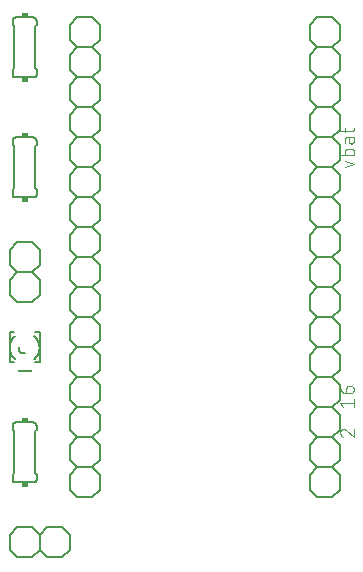
<source format=gto>
G75*
%MOIN*%
%OFA0B0*%
%FSLAX25Y25*%
%IPPOS*%
%LPD*%
%AMOC8*
5,1,8,0,0,1.08239X$1,22.5*
%
%ADD10C,0.00400*%
%ADD11C,0.00600*%
%ADD12R,0.05000X0.00500*%
%ADD13R,0.02000X0.01500*%
D10*
X0357350Y0203755D02*
X0357417Y0203753D01*
X0357483Y0203748D01*
X0357549Y0203739D01*
X0357615Y0203726D01*
X0357679Y0203710D01*
X0357743Y0203691D01*
X0357806Y0203668D01*
X0357867Y0203642D01*
X0357927Y0203612D01*
X0357985Y0203579D01*
X0358041Y0203544D01*
X0358095Y0203505D01*
X0358147Y0203463D01*
X0358197Y0203419D01*
X0358244Y0203372D01*
X0360800Y0201200D01*
X0360800Y0203756D01*
X0357222Y0201201D02*
X0357152Y0201226D01*
X0357083Y0201254D01*
X0357016Y0201285D01*
X0356950Y0201320D01*
X0356887Y0201358D01*
X0356825Y0201400D01*
X0356765Y0201444D01*
X0356708Y0201491D01*
X0356653Y0201541D01*
X0356601Y0201594D01*
X0356551Y0201650D01*
X0356505Y0201707D01*
X0356461Y0201768D01*
X0356420Y0201830D01*
X0356383Y0201894D01*
X0356349Y0201960D01*
X0356318Y0202028D01*
X0356291Y0202097D01*
X0356267Y0202167D01*
X0356246Y0202238D01*
X0356230Y0202311D01*
X0356217Y0202384D01*
X0356207Y0202458D01*
X0356202Y0202532D01*
X0356200Y0202606D01*
X0356202Y0202673D01*
X0356208Y0202740D01*
X0356217Y0202806D01*
X0356231Y0202871D01*
X0356248Y0202936D01*
X0356269Y0202999D01*
X0356294Y0203061D01*
X0356322Y0203122D01*
X0356354Y0203181D01*
X0356389Y0203238D01*
X0356428Y0203293D01*
X0356469Y0203345D01*
X0356514Y0203395D01*
X0356561Y0203442D01*
X0356611Y0203487D01*
X0356663Y0203528D01*
X0356718Y0203567D01*
X0356775Y0203602D01*
X0356834Y0203634D01*
X0356895Y0203662D01*
X0356957Y0203687D01*
X0357020Y0203708D01*
X0357085Y0203725D01*
X0357150Y0203739D01*
X0357216Y0203748D01*
X0357283Y0203754D01*
X0357350Y0203756D01*
X0357222Y0211200D02*
X0356200Y0212478D01*
X0360800Y0212478D01*
X0360800Y0211200D02*
X0360800Y0213756D01*
X0359522Y0215700D02*
X0358244Y0215700D01*
X0358244Y0217233D01*
X0358244Y0215700D02*
X0358155Y0215702D01*
X0358066Y0215708D01*
X0357977Y0215717D01*
X0357889Y0215731D01*
X0357802Y0215748D01*
X0357715Y0215770D01*
X0357629Y0215795D01*
X0357545Y0215823D01*
X0357462Y0215856D01*
X0357380Y0215892D01*
X0357300Y0215931D01*
X0357222Y0215974D01*
X0357146Y0216020D01*
X0357072Y0216070D01*
X0357000Y0216122D01*
X0356930Y0216178D01*
X0356863Y0216237D01*
X0356799Y0216299D01*
X0356737Y0216363D01*
X0356678Y0216430D01*
X0356622Y0216500D01*
X0356570Y0216572D01*
X0356520Y0216646D01*
X0356474Y0216722D01*
X0356431Y0216800D01*
X0356392Y0216880D01*
X0356356Y0216962D01*
X0356323Y0217045D01*
X0356295Y0217129D01*
X0356270Y0217215D01*
X0356248Y0217302D01*
X0356231Y0217389D01*
X0356217Y0217477D01*
X0356208Y0217566D01*
X0356202Y0217655D01*
X0356200Y0217744D01*
X0358245Y0217233D02*
X0358247Y0217295D01*
X0358252Y0217356D01*
X0358262Y0217417D01*
X0358275Y0217478D01*
X0358291Y0217537D01*
X0358311Y0217595D01*
X0358335Y0217652D01*
X0358362Y0217708D01*
X0358392Y0217762D01*
X0358426Y0217814D01*
X0358462Y0217863D01*
X0358502Y0217911D01*
X0358544Y0217956D01*
X0358589Y0217998D01*
X0358637Y0218038D01*
X0358686Y0218074D01*
X0358738Y0218108D01*
X0358792Y0218138D01*
X0358848Y0218165D01*
X0358905Y0218189D01*
X0358963Y0218209D01*
X0359022Y0218225D01*
X0359083Y0218238D01*
X0359144Y0218248D01*
X0359205Y0218253D01*
X0359267Y0218255D01*
X0359267Y0218256D02*
X0359522Y0218256D01*
X0359592Y0218254D01*
X0359663Y0218248D01*
X0359732Y0218239D01*
X0359801Y0218225D01*
X0359870Y0218208D01*
X0359937Y0218187D01*
X0360003Y0218162D01*
X0360067Y0218134D01*
X0360130Y0218102D01*
X0360191Y0218067D01*
X0360250Y0218028D01*
X0360307Y0217987D01*
X0360361Y0217942D01*
X0360413Y0217894D01*
X0360462Y0217844D01*
X0360509Y0217790D01*
X0360552Y0217735D01*
X0360592Y0217677D01*
X0360629Y0217617D01*
X0360662Y0217555D01*
X0360692Y0217491D01*
X0360719Y0217426D01*
X0360742Y0217360D01*
X0360761Y0217292D01*
X0360776Y0217223D01*
X0360788Y0217154D01*
X0360796Y0217084D01*
X0360800Y0217013D01*
X0360800Y0216943D01*
X0360796Y0216872D01*
X0360788Y0216802D01*
X0360776Y0216733D01*
X0360761Y0216664D01*
X0360742Y0216596D01*
X0360719Y0216530D01*
X0360692Y0216465D01*
X0360662Y0216401D01*
X0360629Y0216339D01*
X0360592Y0216279D01*
X0360552Y0216221D01*
X0360509Y0216166D01*
X0360462Y0216112D01*
X0360413Y0216062D01*
X0360361Y0216014D01*
X0360307Y0215969D01*
X0360250Y0215928D01*
X0360191Y0215889D01*
X0360130Y0215854D01*
X0360067Y0215822D01*
X0360003Y0215794D01*
X0359937Y0215769D01*
X0359870Y0215748D01*
X0359801Y0215731D01*
X0359732Y0215717D01*
X0359663Y0215708D01*
X0359592Y0215702D01*
X0359522Y0215700D01*
X0357733Y0291200D02*
X0360800Y0292222D01*
X0357733Y0293244D01*
X0357733Y0295123D02*
X0357733Y0296401D01*
X0357735Y0296456D01*
X0357741Y0296510D01*
X0357751Y0296564D01*
X0357764Y0296617D01*
X0357781Y0296669D01*
X0357802Y0296720D01*
X0357827Y0296769D01*
X0357855Y0296816D01*
X0357886Y0296861D01*
X0357920Y0296903D01*
X0357958Y0296943D01*
X0357998Y0296981D01*
X0358040Y0297015D01*
X0358085Y0297046D01*
X0358132Y0297074D01*
X0358181Y0297099D01*
X0358232Y0297120D01*
X0358284Y0297137D01*
X0358337Y0297150D01*
X0358391Y0297160D01*
X0358445Y0297166D01*
X0358500Y0297168D01*
X0360033Y0297168D01*
X0360088Y0297166D01*
X0360142Y0297160D01*
X0360196Y0297150D01*
X0360249Y0297137D01*
X0360301Y0297120D01*
X0360352Y0297099D01*
X0360401Y0297074D01*
X0360448Y0297046D01*
X0360493Y0297015D01*
X0360535Y0296981D01*
X0360575Y0296943D01*
X0360613Y0296903D01*
X0360647Y0296861D01*
X0360678Y0296816D01*
X0360706Y0296769D01*
X0360731Y0296720D01*
X0360752Y0296669D01*
X0360769Y0296617D01*
X0360782Y0296564D01*
X0360792Y0296510D01*
X0360798Y0296456D01*
X0360800Y0296401D01*
X0360800Y0295123D01*
X0356200Y0295123D01*
X0357733Y0299232D02*
X0357733Y0300255D01*
X0357735Y0300310D01*
X0357741Y0300364D01*
X0357751Y0300418D01*
X0357764Y0300471D01*
X0357781Y0300523D01*
X0357802Y0300574D01*
X0357827Y0300623D01*
X0357855Y0300670D01*
X0357886Y0300715D01*
X0357920Y0300757D01*
X0357958Y0300797D01*
X0357998Y0300835D01*
X0358040Y0300869D01*
X0358085Y0300900D01*
X0358132Y0300928D01*
X0358181Y0300953D01*
X0358232Y0300974D01*
X0358284Y0300991D01*
X0358337Y0301004D01*
X0358391Y0301014D01*
X0358445Y0301020D01*
X0358500Y0301022D01*
X0358500Y0301021D02*
X0360800Y0301021D01*
X0360800Y0299871D01*
X0360798Y0299813D01*
X0360792Y0299754D01*
X0360783Y0299697D01*
X0360770Y0299640D01*
X0360753Y0299584D01*
X0360732Y0299529D01*
X0360708Y0299476D01*
X0360680Y0299424D01*
X0360649Y0299374D01*
X0360615Y0299327D01*
X0360578Y0299282D01*
X0360538Y0299239D01*
X0360495Y0299199D01*
X0360450Y0299162D01*
X0360403Y0299128D01*
X0360353Y0299097D01*
X0360301Y0299069D01*
X0360248Y0299045D01*
X0360193Y0299024D01*
X0360137Y0299007D01*
X0360080Y0298994D01*
X0360023Y0298985D01*
X0359964Y0298979D01*
X0359906Y0298977D01*
X0359848Y0298979D01*
X0359789Y0298985D01*
X0359732Y0298994D01*
X0359675Y0299007D01*
X0359619Y0299024D01*
X0359564Y0299045D01*
X0359511Y0299069D01*
X0359459Y0299097D01*
X0359409Y0299128D01*
X0359362Y0299162D01*
X0359317Y0299199D01*
X0359274Y0299239D01*
X0359234Y0299282D01*
X0359197Y0299327D01*
X0359163Y0299374D01*
X0359132Y0299424D01*
X0359104Y0299476D01*
X0359080Y0299529D01*
X0359059Y0299584D01*
X0359042Y0299640D01*
X0359029Y0299697D01*
X0359020Y0299754D01*
X0359014Y0299813D01*
X0359012Y0299871D01*
X0359011Y0299871D02*
X0359011Y0301021D01*
X0357733Y0302669D02*
X0357733Y0304202D01*
X0356200Y0303180D02*
X0360033Y0303180D01*
X0360088Y0303182D01*
X0360142Y0303188D01*
X0360196Y0303198D01*
X0360249Y0303211D01*
X0360301Y0303228D01*
X0360352Y0303249D01*
X0360401Y0303274D01*
X0360448Y0303302D01*
X0360493Y0303333D01*
X0360535Y0303367D01*
X0360575Y0303405D01*
X0360613Y0303445D01*
X0360647Y0303487D01*
X0360678Y0303532D01*
X0360706Y0303579D01*
X0360731Y0303628D01*
X0360752Y0303679D01*
X0360769Y0303731D01*
X0360782Y0303784D01*
X0360792Y0303838D01*
X0360798Y0303892D01*
X0360800Y0303947D01*
X0360800Y0304202D01*
D11*
X0246000Y0163500D02*
X0248500Y0161000D01*
X0253500Y0161000D01*
X0256000Y0163500D01*
X0258500Y0161000D01*
X0263500Y0161000D01*
X0266000Y0163500D01*
X0266000Y0168500D01*
X0263500Y0171000D01*
X0258500Y0171000D01*
X0256000Y0168500D01*
X0256000Y0163500D01*
X0256000Y0168500D02*
X0253500Y0171000D01*
X0248500Y0171000D01*
X0246000Y0168500D01*
X0246000Y0163500D01*
X0266000Y0183500D02*
X0268500Y0181000D01*
X0273500Y0181000D01*
X0276000Y0183500D01*
X0276000Y0188500D01*
X0273500Y0191000D01*
X0268500Y0191000D01*
X0266000Y0188500D01*
X0266000Y0183500D01*
X0268500Y0191000D02*
X0266000Y0193500D01*
X0266000Y0198500D01*
X0268500Y0201000D01*
X0266000Y0203500D01*
X0266000Y0208500D01*
X0268500Y0211000D01*
X0266000Y0213500D01*
X0266000Y0218500D01*
X0268500Y0221000D01*
X0266000Y0223500D01*
X0266000Y0228500D01*
X0268500Y0231000D01*
X0266000Y0233500D01*
X0266000Y0238500D01*
X0268500Y0241000D01*
X0266000Y0243500D01*
X0266000Y0248500D01*
X0268500Y0251000D01*
X0266000Y0253500D01*
X0266000Y0258500D01*
X0268500Y0261000D01*
X0266000Y0263500D01*
X0266000Y0268500D01*
X0268500Y0271000D01*
X0266000Y0273500D01*
X0266000Y0278500D01*
X0268500Y0281000D01*
X0266000Y0283500D01*
X0266000Y0288500D01*
X0268500Y0291000D01*
X0266000Y0293500D01*
X0266000Y0298500D01*
X0268500Y0301000D01*
X0266000Y0303500D01*
X0266000Y0308500D01*
X0268500Y0311000D01*
X0266000Y0313500D01*
X0266000Y0318500D01*
X0268500Y0321000D01*
X0266000Y0323500D01*
X0266000Y0328500D01*
X0268500Y0331000D01*
X0266000Y0333500D01*
X0266000Y0338500D01*
X0268500Y0341000D01*
X0273500Y0341000D01*
X0276000Y0338500D01*
X0276000Y0333500D01*
X0273500Y0331000D01*
X0276000Y0328500D01*
X0276000Y0323500D01*
X0273500Y0321000D01*
X0268500Y0321000D01*
X0273500Y0321000D02*
X0276000Y0318500D01*
X0276000Y0313500D01*
X0273500Y0311000D01*
X0276000Y0308500D01*
X0276000Y0303500D01*
X0273500Y0301000D01*
X0276000Y0298500D01*
X0276000Y0293500D01*
X0273500Y0291000D01*
X0268500Y0291000D01*
X0273500Y0291000D02*
X0276000Y0288500D01*
X0276000Y0283500D01*
X0273500Y0281000D01*
X0276000Y0278500D01*
X0276000Y0273500D01*
X0273500Y0271000D01*
X0276000Y0268500D01*
X0276000Y0263500D01*
X0273500Y0261000D01*
X0268500Y0261000D01*
X0273500Y0261000D02*
X0276000Y0258500D01*
X0276000Y0253500D01*
X0273500Y0251000D01*
X0276000Y0248500D01*
X0276000Y0243500D01*
X0273500Y0241000D01*
X0276000Y0238500D01*
X0276000Y0233500D01*
X0273500Y0231000D01*
X0268500Y0231000D01*
X0273500Y0231000D02*
X0276000Y0228500D01*
X0276000Y0223500D01*
X0273500Y0221000D01*
X0276000Y0218500D01*
X0276000Y0213500D01*
X0273500Y0211000D01*
X0276000Y0208500D01*
X0276000Y0203500D01*
X0273500Y0201000D01*
X0268500Y0201000D01*
X0273500Y0201000D02*
X0276000Y0198500D01*
X0276000Y0193500D01*
X0273500Y0191000D01*
X0255000Y0188500D02*
X0255000Y0187000D01*
X0254998Y0186940D01*
X0254993Y0186879D01*
X0254984Y0186820D01*
X0254971Y0186761D01*
X0254955Y0186702D01*
X0254935Y0186645D01*
X0254912Y0186590D01*
X0254885Y0186535D01*
X0254856Y0186483D01*
X0254823Y0186432D01*
X0254787Y0186383D01*
X0254749Y0186337D01*
X0254707Y0186293D01*
X0254663Y0186251D01*
X0254617Y0186213D01*
X0254568Y0186177D01*
X0254517Y0186144D01*
X0254465Y0186115D01*
X0254410Y0186088D01*
X0254355Y0186065D01*
X0254298Y0186045D01*
X0254239Y0186029D01*
X0254180Y0186016D01*
X0254121Y0186007D01*
X0254060Y0186002D01*
X0254000Y0186000D01*
X0248000Y0186000D01*
X0247940Y0186002D01*
X0247879Y0186007D01*
X0247820Y0186016D01*
X0247761Y0186029D01*
X0247702Y0186045D01*
X0247645Y0186065D01*
X0247590Y0186088D01*
X0247535Y0186115D01*
X0247483Y0186144D01*
X0247432Y0186177D01*
X0247383Y0186213D01*
X0247337Y0186251D01*
X0247293Y0186293D01*
X0247251Y0186337D01*
X0247213Y0186383D01*
X0247177Y0186432D01*
X0247144Y0186483D01*
X0247115Y0186535D01*
X0247088Y0186590D01*
X0247065Y0186645D01*
X0247045Y0186702D01*
X0247029Y0186761D01*
X0247016Y0186820D01*
X0247007Y0186879D01*
X0247002Y0186940D01*
X0247000Y0187000D01*
X0247000Y0188500D01*
X0247500Y0189000D01*
X0247500Y0203000D01*
X0247000Y0203500D01*
X0247000Y0205000D01*
X0247002Y0205060D01*
X0247007Y0205121D01*
X0247016Y0205180D01*
X0247029Y0205239D01*
X0247045Y0205298D01*
X0247065Y0205355D01*
X0247088Y0205410D01*
X0247115Y0205465D01*
X0247144Y0205517D01*
X0247177Y0205568D01*
X0247213Y0205617D01*
X0247251Y0205663D01*
X0247293Y0205707D01*
X0247337Y0205749D01*
X0247383Y0205787D01*
X0247432Y0205823D01*
X0247483Y0205856D01*
X0247535Y0205885D01*
X0247590Y0205912D01*
X0247645Y0205935D01*
X0247702Y0205955D01*
X0247761Y0205971D01*
X0247820Y0205984D01*
X0247879Y0205993D01*
X0247940Y0205998D01*
X0248000Y0206000D01*
X0254000Y0206000D01*
X0254060Y0205998D01*
X0254121Y0205993D01*
X0254180Y0205984D01*
X0254239Y0205971D01*
X0254298Y0205955D01*
X0254355Y0205935D01*
X0254410Y0205912D01*
X0254465Y0205885D01*
X0254517Y0205856D01*
X0254568Y0205823D01*
X0254617Y0205787D01*
X0254663Y0205749D01*
X0254707Y0205707D01*
X0254749Y0205663D01*
X0254787Y0205617D01*
X0254823Y0205568D01*
X0254856Y0205517D01*
X0254885Y0205465D01*
X0254912Y0205410D01*
X0254935Y0205355D01*
X0254955Y0205298D01*
X0254971Y0205239D01*
X0254984Y0205180D01*
X0254993Y0205121D01*
X0254998Y0205060D01*
X0255000Y0205000D01*
X0255000Y0203500D01*
X0254500Y0203000D01*
X0254500Y0189000D01*
X0255000Y0188500D01*
X0268500Y0211000D02*
X0273500Y0211000D01*
X0273500Y0221000D02*
X0268500Y0221000D01*
X0256000Y0226000D02*
X0254500Y0226000D01*
X0256000Y0226000D02*
X0256000Y0231000D01*
X0256000Y0236000D01*
X0254500Y0236000D01*
X0247876Y0234904D02*
X0247768Y0234815D01*
X0247663Y0234723D01*
X0247560Y0234628D01*
X0247460Y0234531D01*
X0247362Y0234430D01*
X0247268Y0234327D01*
X0247176Y0234221D01*
X0247087Y0234113D01*
X0247002Y0234002D01*
X0246919Y0233889D01*
X0246840Y0233774D01*
X0246764Y0233656D01*
X0246691Y0233536D01*
X0246622Y0233415D01*
X0246556Y0233291D01*
X0246493Y0233166D01*
X0246435Y0233039D01*
X0246379Y0232910D01*
X0246328Y0232780D01*
X0246280Y0232649D01*
X0246235Y0232516D01*
X0246195Y0232382D01*
X0246158Y0232247D01*
X0246125Y0232111D01*
X0246096Y0231974D01*
X0246070Y0231836D01*
X0246049Y0231698D01*
X0246031Y0231559D01*
X0246018Y0231419D01*
X0246008Y0231280D01*
X0246002Y0231140D01*
X0246000Y0231000D01*
X0246000Y0226000D01*
X0247500Y0226000D01*
X0246000Y0231000D02*
X0246000Y0236000D01*
X0247500Y0236000D01*
X0254124Y0234904D02*
X0254232Y0234815D01*
X0254337Y0234723D01*
X0254440Y0234628D01*
X0254540Y0234531D01*
X0254638Y0234430D01*
X0254732Y0234327D01*
X0254824Y0234221D01*
X0254913Y0234113D01*
X0254998Y0234002D01*
X0255081Y0233889D01*
X0255160Y0233774D01*
X0255236Y0233656D01*
X0255309Y0233536D01*
X0255378Y0233415D01*
X0255444Y0233291D01*
X0255507Y0233166D01*
X0255565Y0233039D01*
X0255621Y0232910D01*
X0255672Y0232780D01*
X0255720Y0232649D01*
X0255765Y0232516D01*
X0255805Y0232382D01*
X0255842Y0232247D01*
X0255875Y0232111D01*
X0255904Y0231974D01*
X0255930Y0231836D01*
X0255951Y0231698D01*
X0255969Y0231559D01*
X0255982Y0231419D01*
X0255992Y0231280D01*
X0255998Y0231140D01*
X0256000Y0231000D01*
X0251000Y0229000D02*
X0250913Y0229002D01*
X0250826Y0229008D01*
X0250739Y0229017D01*
X0250653Y0229030D01*
X0250567Y0229047D01*
X0250482Y0229068D01*
X0250399Y0229093D01*
X0250316Y0229121D01*
X0250235Y0229152D01*
X0250155Y0229187D01*
X0250077Y0229226D01*
X0250000Y0229268D01*
X0249925Y0229313D01*
X0249853Y0229362D01*
X0249782Y0229413D01*
X0249714Y0229468D01*
X0249649Y0229525D01*
X0249586Y0229586D01*
X0249525Y0229649D01*
X0249468Y0229714D01*
X0249413Y0229782D01*
X0249362Y0229853D01*
X0249313Y0229925D01*
X0249268Y0230000D01*
X0249226Y0230077D01*
X0249187Y0230155D01*
X0249152Y0230235D01*
X0249121Y0230316D01*
X0249093Y0230399D01*
X0249068Y0230482D01*
X0249047Y0230567D01*
X0249030Y0230653D01*
X0249017Y0230739D01*
X0249008Y0230826D01*
X0249002Y0230913D01*
X0249000Y0231000D01*
X0254124Y0227096D02*
X0254232Y0227185D01*
X0254337Y0227277D01*
X0254440Y0227372D01*
X0254540Y0227469D01*
X0254638Y0227570D01*
X0254732Y0227673D01*
X0254824Y0227779D01*
X0254913Y0227887D01*
X0254998Y0227998D01*
X0255081Y0228111D01*
X0255160Y0228226D01*
X0255236Y0228344D01*
X0255309Y0228464D01*
X0255378Y0228585D01*
X0255444Y0228709D01*
X0255507Y0228834D01*
X0255565Y0228961D01*
X0255621Y0229090D01*
X0255672Y0229220D01*
X0255720Y0229351D01*
X0255765Y0229484D01*
X0255805Y0229618D01*
X0255842Y0229753D01*
X0255875Y0229889D01*
X0255904Y0230026D01*
X0255930Y0230164D01*
X0255951Y0230302D01*
X0255969Y0230441D01*
X0255982Y0230581D01*
X0255992Y0230720D01*
X0255998Y0230860D01*
X0256000Y0231000D01*
X0247876Y0227096D02*
X0247768Y0227185D01*
X0247663Y0227277D01*
X0247560Y0227372D01*
X0247460Y0227469D01*
X0247362Y0227570D01*
X0247268Y0227673D01*
X0247176Y0227779D01*
X0247087Y0227887D01*
X0247002Y0227998D01*
X0246919Y0228111D01*
X0246840Y0228226D01*
X0246764Y0228344D01*
X0246691Y0228464D01*
X0246622Y0228585D01*
X0246556Y0228709D01*
X0246493Y0228834D01*
X0246435Y0228961D01*
X0246379Y0229090D01*
X0246328Y0229220D01*
X0246280Y0229351D01*
X0246235Y0229484D01*
X0246195Y0229618D01*
X0246158Y0229753D01*
X0246125Y0229889D01*
X0246096Y0230026D01*
X0246070Y0230164D01*
X0246049Y0230302D01*
X0246031Y0230441D01*
X0246018Y0230581D01*
X0246008Y0230720D01*
X0246002Y0230860D01*
X0246000Y0231000D01*
X0248500Y0246000D02*
X0246000Y0248500D01*
X0246000Y0253500D01*
X0248500Y0256000D01*
X0246000Y0258500D01*
X0246000Y0263500D01*
X0248500Y0266000D01*
X0253500Y0266000D01*
X0256000Y0263500D01*
X0256000Y0258500D01*
X0253500Y0256000D01*
X0256000Y0253500D01*
X0256000Y0248500D01*
X0253500Y0246000D01*
X0248500Y0246000D01*
X0248500Y0256000D02*
X0253500Y0256000D01*
X0268500Y0251000D02*
X0273500Y0251000D01*
X0273500Y0241000D02*
X0268500Y0241000D01*
X0268500Y0271000D02*
X0273500Y0271000D01*
X0273500Y0281000D02*
X0268500Y0281000D01*
X0255000Y0282000D02*
X0255000Y0283500D01*
X0254500Y0284000D01*
X0254500Y0298000D01*
X0255000Y0298500D01*
X0255000Y0300000D01*
X0254998Y0300060D01*
X0254993Y0300121D01*
X0254984Y0300180D01*
X0254971Y0300239D01*
X0254955Y0300298D01*
X0254935Y0300355D01*
X0254912Y0300410D01*
X0254885Y0300465D01*
X0254856Y0300517D01*
X0254823Y0300568D01*
X0254787Y0300617D01*
X0254749Y0300663D01*
X0254707Y0300707D01*
X0254663Y0300749D01*
X0254617Y0300787D01*
X0254568Y0300823D01*
X0254517Y0300856D01*
X0254465Y0300885D01*
X0254410Y0300912D01*
X0254355Y0300935D01*
X0254298Y0300955D01*
X0254239Y0300971D01*
X0254180Y0300984D01*
X0254121Y0300993D01*
X0254060Y0300998D01*
X0254000Y0301000D01*
X0248000Y0301000D01*
X0247940Y0300998D01*
X0247879Y0300993D01*
X0247820Y0300984D01*
X0247761Y0300971D01*
X0247702Y0300955D01*
X0247645Y0300935D01*
X0247590Y0300912D01*
X0247535Y0300885D01*
X0247483Y0300856D01*
X0247432Y0300823D01*
X0247383Y0300787D01*
X0247337Y0300749D01*
X0247293Y0300707D01*
X0247251Y0300663D01*
X0247213Y0300617D01*
X0247177Y0300568D01*
X0247144Y0300517D01*
X0247115Y0300465D01*
X0247088Y0300410D01*
X0247065Y0300355D01*
X0247045Y0300298D01*
X0247029Y0300239D01*
X0247016Y0300180D01*
X0247007Y0300121D01*
X0247002Y0300060D01*
X0247000Y0300000D01*
X0247000Y0298500D01*
X0247500Y0298000D01*
X0247500Y0284000D01*
X0247000Y0283500D01*
X0247000Y0282000D01*
X0247002Y0281940D01*
X0247007Y0281879D01*
X0247016Y0281820D01*
X0247029Y0281761D01*
X0247045Y0281702D01*
X0247065Y0281645D01*
X0247088Y0281590D01*
X0247115Y0281535D01*
X0247144Y0281483D01*
X0247177Y0281432D01*
X0247213Y0281383D01*
X0247251Y0281337D01*
X0247293Y0281293D01*
X0247337Y0281251D01*
X0247383Y0281213D01*
X0247432Y0281177D01*
X0247483Y0281144D01*
X0247535Y0281115D01*
X0247590Y0281088D01*
X0247645Y0281065D01*
X0247702Y0281045D01*
X0247761Y0281029D01*
X0247820Y0281016D01*
X0247879Y0281007D01*
X0247940Y0281002D01*
X0248000Y0281000D01*
X0254000Y0281000D01*
X0254060Y0281002D01*
X0254121Y0281007D01*
X0254180Y0281016D01*
X0254239Y0281029D01*
X0254298Y0281045D01*
X0254355Y0281065D01*
X0254410Y0281088D01*
X0254465Y0281115D01*
X0254517Y0281144D01*
X0254568Y0281177D01*
X0254617Y0281213D01*
X0254663Y0281251D01*
X0254707Y0281293D01*
X0254749Y0281337D01*
X0254787Y0281383D01*
X0254823Y0281432D01*
X0254856Y0281483D01*
X0254885Y0281535D01*
X0254912Y0281590D01*
X0254935Y0281645D01*
X0254955Y0281702D01*
X0254971Y0281761D01*
X0254984Y0281820D01*
X0254993Y0281879D01*
X0254998Y0281940D01*
X0255000Y0282000D01*
X0268500Y0301000D02*
X0273500Y0301000D01*
X0273500Y0311000D02*
X0268500Y0311000D01*
X0255000Y0322000D02*
X0255000Y0323500D01*
X0254500Y0324000D01*
X0254500Y0338000D01*
X0255000Y0338500D01*
X0255000Y0340000D01*
X0254998Y0340060D01*
X0254993Y0340121D01*
X0254984Y0340180D01*
X0254971Y0340239D01*
X0254955Y0340298D01*
X0254935Y0340355D01*
X0254912Y0340410D01*
X0254885Y0340465D01*
X0254856Y0340517D01*
X0254823Y0340568D01*
X0254787Y0340617D01*
X0254749Y0340663D01*
X0254707Y0340707D01*
X0254663Y0340749D01*
X0254617Y0340787D01*
X0254568Y0340823D01*
X0254517Y0340856D01*
X0254465Y0340885D01*
X0254410Y0340912D01*
X0254355Y0340935D01*
X0254298Y0340955D01*
X0254239Y0340971D01*
X0254180Y0340984D01*
X0254121Y0340993D01*
X0254060Y0340998D01*
X0254000Y0341000D01*
X0248000Y0341000D01*
X0247940Y0340998D01*
X0247879Y0340993D01*
X0247820Y0340984D01*
X0247761Y0340971D01*
X0247702Y0340955D01*
X0247645Y0340935D01*
X0247590Y0340912D01*
X0247535Y0340885D01*
X0247483Y0340856D01*
X0247432Y0340823D01*
X0247383Y0340787D01*
X0247337Y0340749D01*
X0247293Y0340707D01*
X0247251Y0340663D01*
X0247213Y0340617D01*
X0247177Y0340568D01*
X0247144Y0340517D01*
X0247115Y0340465D01*
X0247088Y0340410D01*
X0247065Y0340355D01*
X0247045Y0340298D01*
X0247029Y0340239D01*
X0247016Y0340180D01*
X0247007Y0340121D01*
X0247002Y0340060D01*
X0247000Y0340000D01*
X0247000Y0338500D01*
X0247500Y0338000D01*
X0247500Y0324000D01*
X0247000Y0323500D01*
X0247000Y0322000D01*
X0247002Y0321940D01*
X0247007Y0321879D01*
X0247016Y0321820D01*
X0247029Y0321761D01*
X0247045Y0321702D01*
X0247065Y0321645D01*
X0247088Y0321590D01*
X0247115Y0321535D01*
X0247144Y0321483D01*
X0247177Y0321432D01*
X0247213Y0321383D01*
X0247251Y0321337D01*
X0247293Y0321293D01*
X0247337Y0321251D01*
X0247383Y0321213D01*
X0247432Y0321177D01*
X0247483Y0321144D01*
X0247535Y0321115D01*
X0247590Y0321088D01*
X0247645Y0321065D01*
X0247702Y0321045D01*
X0247761Y0321029D01*
X0247820Y0321016D01*
X0247879Y0321007D01*
X0247940Y0321002D01*
X0248000Y0321000D01*
X0254000Y0321000D01*
X0254060Y0321002D01*
X0254121Y0321007D01*
X0254180Y0321016D01*
X0254239Y0321029D01*
X0254298Y0321045D01*
X0254355Y0321065D01*
X0254410Y0321088D01*
X0254465Y0321115D01*
X0254517Y0321144D01*
X0254568Y0321177D01*
X0254617Y0321213D01*
X0254663Y0321251D01*
X0254707Y0321293D01*
X0254749Y0321337D01*
X0254787Y0321383D01*
X0254823Y0321432D01*
X0254856Y0321483D01*
X0254885Y0321535D01*
X0254912Y0321590D01*
X0254935Y0321645D01*
X0254955Y0321702D01*
X0254971Y0321761D01*
X0254984Y0321820D01*
X0254993Y0321879D01*
X0254998Y0321940D01*
X0255000Y0322000D01*
X0268500Y0331000D02*
X0273500Y0331000D01*
X0346000Y0328500D02*
X0346000Y0323500D01*
X0348500Y0321000D01*
X0353500Y0321000D01*
X0356000Y0323500D01*
X0356000Y0328500D01*
X0353500Y0331000D01*
X0348500Y0331000D01*
X0346000Y0328500D01*
X0348500Y0331000D02*
X0346000Y0333500D01*
X0346000Y0338500D01*
X0348500Y0341000D01*
X0353500Y0341000D01*
X0356000Y0338500D01*
X0356000Y0333500D01*
X0353500Y0331000D01*
X0353500Y0321000D02*
X0356000Y0318500D01*
X0356000Y0313500D01*
X0353500Y0311000D01*
X0356000Y0308500D01*
X0356000Y0303500D01*
X0353500Y0301000D01*
X0356000Y0298500D01*
X0356000Y0293500D01*
X0353500Y0291000D01*
X0348500Y0291000D01*
X0346000Y0293500D01*
X0346000Y0298500D01*
X0348500Y0301000D01*
X0346000Y0303500D01*
X0346000Y0308500D01*
X0348500Y0311000D01*
X0346000Y0313500D01*
X0346000Y0318500D01*
X0348500Y0321000D01*
X0348500Y0311000D02*
X0353500Y0311000D01*
X0353500Y0301000D02*
X0348500Y0301000D01*
X0348500Y0291000D02*
X0346000Y0288500D01*
X0346000Y0283500D01*
X0348500Y0281000D01*
X0346000Y0278500D01*
X0346000Y0273500D01*
X0348500Y0271000D01*
X0346000Y0268500D01*
X0346000Y0263500D01*
X0348500Y0261000D01*
X0353500Y0261000D01*
X0356000Y0263500D01*
X0356000Y0268500D01*
X0353500Y0271000D01*
X0348500Y0271000D01*
X0353500Y0271000D02*
X0356000Y0273500D01*
X0356000Y0278500D01*
X0353500Y0281000D01*
X0348500Y0281000D01*
X0353500Y0281000D02*
X0356000Y0283500D01*
X0356000Y0288500D01*
X0353500Y0291000D01*
X0353500Y0261000D02*
X0356000Y0258500D01*
X0356000Y0253500D01*
X0353500Y0251000D01*
X0356000Y0248500D01*
X0356000Y0243500D01*
X0353500Y0241000D01*
X0356000Y0238500D01*
X0356000Y0233500D01*
X0353500Y0231000D01*
X0348500Y0231000D01*
X0346000Y0233500D01*
X0346000Y0238500D01*
X0348500Y0241000D01*
X0346000Y0243500D01*
X0346000Y0248500D01*
X0348500Y0251000D01*
X0346000Y0253500D01*
X0346000Y0258500D01*
X0348500Y0261000D01*
X0348500Y0251000D02*
X0353500Y0251000D01*
X0353500Y0241000D02*
X0348500Y0241000D01*
X0348500Y0231000D02*
X0346000Y0228500D01*
X0346000Y0223500D01*
X0348500Y0221000D01*
X0346000Y0218500D01*
X0346000Y0213500D01*
X0348500Y0211000D01*
X0346000Y0208500D01*
X0346000Y0203500D01*
X0348500Y0201000D01*
X0353500Y0201000D01*
X0356000Y0203500D01*
X0356000Y0208500D01*
X0353500Y0211000D01*
X0348500Y0211000D01*
X0353500Y0211000D02*
X0356000Y0213500D01*
X0356000Y0218500D01*
X0353500Y0221000D01*
X0348500Y0221000D01*
X0353500Y0221000D02*
X0356000Y0223500D01*
X0356000Y0228500D01*
X0353500Y0231000D01*
X0353500Y0201000D02*
X0356000Y0198500D01*
X0356000Y0193500D01*
X0353500Y0191000D01*
X0356000Y0188500D01*
X0356000Y0183500D01*
X0353500Y0181000D01*
X0348500Y0181000D01*
X0346000Y0183500D01*
X0346000Y0188500D01*
X0348500Y0191000D01*
X0346000Y0193500D01*
X0346000Y0198500D01*
X0348500Y0201000D01*
X0348500Y0191000D02*
X0353500Y0191000D01*
D12*
X0251000Y0223250D03*
D13*
X0251000Y0206750D03*
X0251000Y0185250D03*
X0251000Y0280250D03*
X0251000Y0301750D03*
X0251000Y0320250D03*
X0251000Y0341750D03*
M02*

</source>
